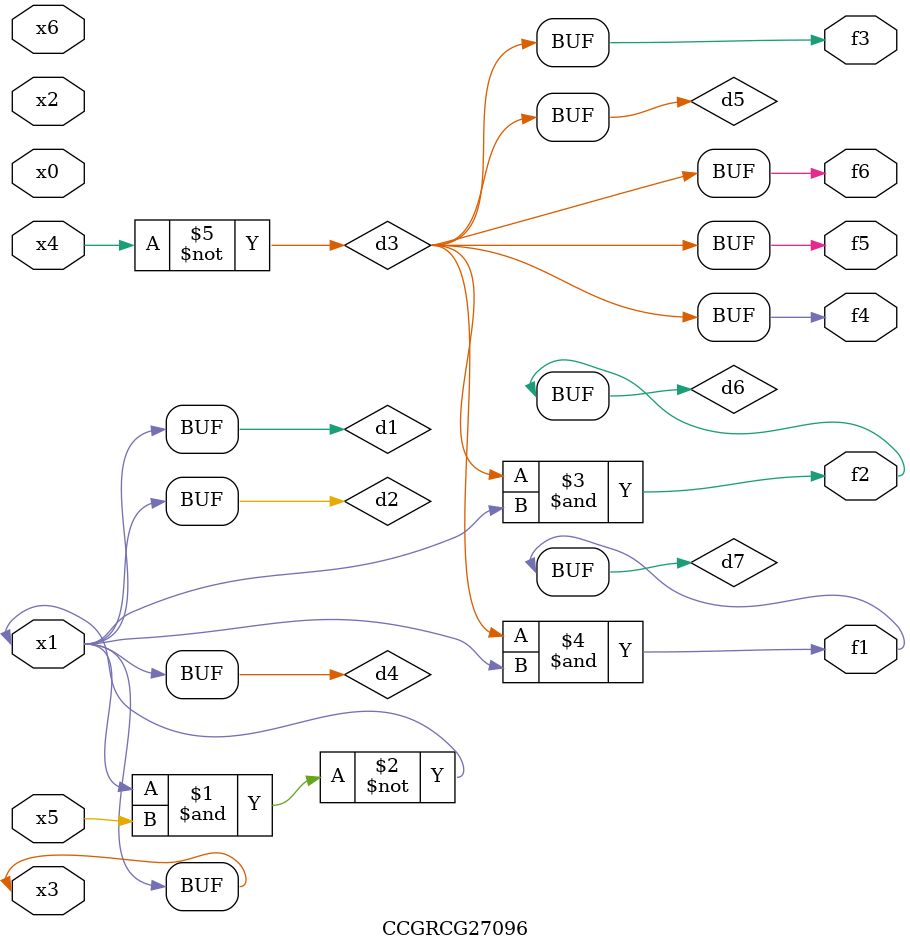
<source format=v>
module CCGRCG27096(
	input x0, x1, x2, x3, x4, x5, x6,
	output f1, f2, f3, f4, f5, f6
);

	wire d1, d2, d3, d4, d5, d6, d7;

	buf (d1, x1, x3);
	nand (d2, x1, x5);
	not (d3, x4);
	buf (d4, d1, d2);
	buf (d5, d3);
	and (d6, d3, d4);
	and (d7, d3, d4);
	assign f1 = d7;
	assign f2 = d6;
	assign f3 = d5;
	assign f4 = d5;
	assign f5 = d5;
	assign f6 = d5;
endmodule

</source>
